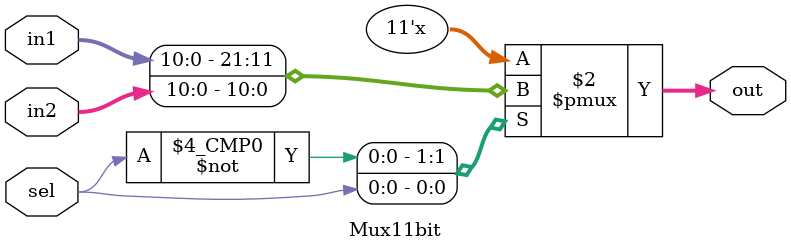
<source format=v>
`timescale 1ns / 1ps


module Mux11bit(
    input wire [10:0] in1,
    input wire [10:0] in2,
    input wire sel,
    output reg [10:0] out
    );

    always @(in1, in2, sel) begin
        case(sel)
            1'b0: out = in1;
            1'b1: out = in2;
            default: out = 11'b0;
        endcase        
    end
endmodule

</source>
